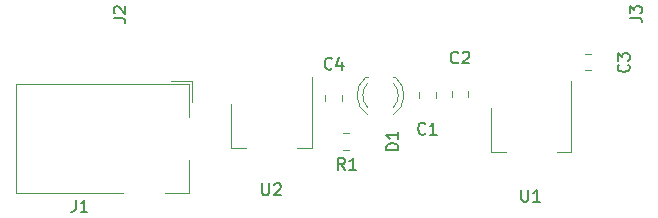
<source format=gbr>
G04 #@! TF.GenerationSoftware,KiCad,Pcbnew,5.1.5-52549c5~84~ubuntu18.04.1*
G04 #@! TF.CreationDate,2020-03-09T20:57:05+05:30*
G04 #@! TF.ProjectId,esdm,6573646d-2e6b-4696-9361-645f70636258,rev?*
G04 #@! TF.SameCoordinates,Original*
G04 #@! TF.FileFunction,Legend,Top*
G04 #@! TF.FilePolarity,Positive*
%FSLAX46Y46*%
G04 Gerber Fmt 4.6, Leading zero omitted, Abs format (unit mm)*
G04 Created by KiCad (PCBNEW 5.1.5-52549c5~84~ubuntu18.04.1) date 2020-03-09 20:57:05*
%MOMM*%
%LPD*%
G04 APERTURE LIST*
%ADD10C,0.120000*%
%ADD11C,0.150000*%
G04 APERTURE END LIST*
D10*
X124580000Y-76950000D02*
X115580000Y-76950000D01*
X115580000Y-76950000D02*
X115580000Y-67750000D01*
X115580000Y-67750000D02*
X130180000Y-67750000D01*
X130180000Y-67750000D02*
X130180000Y-70550000D01*
X130180000Y-74150000D02*
X130180000Y-76950000D01*
X130180000Y-76950000D02*
X128180000Y-76950000D01*
X128680000Y-67510000D02*
X130420000Y-67510000D01*
X130420000Y-67510000D02*
X130420000Y-69250000D01*
X143140000Y-69181252D02*
X143140000Y-68658748D01*
X141720000Y-69181252D02*
X141720000Y-68658748D01*
X147488608Y-70352335D02*
G75*
G03X147645516Y-67120000I-1078608J1672335D01*
G01*
X145331392Y-70352335D02*
G75*
G02X145174484Y-67120000I1078608J1672335D01*
G01*
X147489837Y-69721130D02*
G75*
G03X147490000Y-67639039I-1079837J1041130D01*
G01*
X145330163Y-69721130D02*
G75*
G02X145330000Y-67639039I1079837J1041130D01*
G01*
X147646000Y-67120000D02*
X147490000Y-67120000D01*
X145330000Y-67120000D02*
X145174000Y-67120000D01*
X155750000Y-73480000D02*
X157010000Y-73480000D01*
X162570000Y-73480000D02*
X161310000Y-73480000D01*
X155750000Y-69720000D02*
X155750000Y-73480000D01*
X162570000Y-67470000D02*
X162570000Y-73480000D01*
X151080000Y-68931252D02*
X151080000Y-68408748D01*
X149660000Y-68931252D02*
X149660000Y-68408748D01*
X152430000Y-68861252D02*
X152430000Y-68338748D01*
X153850000Y-68861252D02*
X153850000Y-68338748D01*
X164221252Y-65150000D02*
X163698748Y-65150000D01*
X164221252Y-66570000D02*
X163698748Y-66570000D01*
X143198748Y-71890000D02*
X143721252Y-71890000D01*
X143198748Y-73310000D02*
X143721252Y-73310000D01*
X140610000Y-67160000D02*
X140610000Y-73170000D01*
X133790000Y-69410000D02*
X133790000Y-73170000D01*
X140610000Y-73170000D02*
X139350000Y-73170000D01*
X133790000Y-73170000D02*
X135050000Y-73170000D01*
D11*
X120596666Y-77552380D02*
X120596666Y-78266666D01*
X120549047Y-78409523D01*
X120453809Y-78504761D01*
X120310952Y-78552380D01*
X120215714Y-78552380D01*
X121596666Y-78552380D02*
X121025238Y-78552380D01*
X121310952Y-78552380D02*
X121310952Y-77552380D01*
X121215714Y-77695238D01*
X121120476Y-77790476D01*
X121025238Y-77838095D01*
X142293333Y-66407142D02*
X142245714Y-66454761D01*
X142102857Y-66502380D01*
X142007619Y-66502380D01*
X141864761Y-66454761D01*
X141769523Y-66359523D01*
X141721904Y-66264285D01*
X141674285Y-66073809D01*
X141674285Y-65930952D01*
X141721904Y-65740476D01*
X141769523Y-65645238D01*
X141864761Y-65550000D01*
X142007619Y-65502380D01*
X142102857Y-65502380D01*
X142245714Y-65550000D01*
X142293333Y-65597619D01*
X143150476Y-65835714D02*
X143150476Y-66502380D01*
X142912380Y-65454761D02*
X142674285Y-66169047D01*
X143293333Y-66169047D01*
X147912380Y-73318095D02*
X146912380Y-73318095D01*
X146912380Y-73080000D01*
X146960000Y-72937142D01*
X147055238Y-72841904D01*
X147150476Y-72794285D01*
X147340952Y-72746666D01*
X147483809Y-72746666D01*
X147674285Y-72794285D01*
X147769523Y-72841904D01*
X147864761Y-72937142D01*
X147912380Y-73080000D01*
X147912380Y-73318095D01*
X147912380Y-71794285D02*
X147912380Y-72365714D01*
X147912380Y-72080000D02*
X146912380Y-72080000D01*
X147055238Y-72175238D01*
X147150476Y-72270476D01*
X147198095Y-72365714D01*
X158338095Y-76672380D02*
X158338095Y-77481904D01*
X158385714Y-77577142D01*
X158433333Y-77624761D01*
X158528571Y-77672380D01*
X158719047Y-77672380D01*
X158814285Y-77624761D01*
X158861904Y-77577142D01*
X158909523Y-77481904D01*
X158909523Y-76672380D01*
X159909523Y-77672380D02*
X159338095Y-77672380D01*
X159623809Y-77672380D02*
X159623809Y-76672380D01*
X159528571Y-76815238D01*
X159433333Y-76910476D01*
X159338095Y-76958095D01*
X167512380Y-62113333D02*
X168226666Y-62113333D01*
X168369523Y-62160952D01*
X168464761Y-62256190D01*
X168512380Y-62399047D01*
X168512380Y-62494285D01*
X167512380Y-61732380D02*
X167512380Y-61113333D01*
X167893333Y-61446666D01*
X167893333Y-61303809D01*
X167940952Y-61208571D01*
X167988571Y-61160952D01*
X168083809Y-61113333D01*
X168321904Y-61113333D01*
X168417142Y-61160952D01*
X168464761Y-61208571D01*
X168512380Y-61303809D01*
X168512380Y-61589523D01*
X168464761Y-61684761D01*
X168417142Y-61732380D01*
X150213333Y-71907142D02*
X150165714Y-71954761D01*
X150022857Y-72002380D01*
X149927619Y-72002380D01*
X149784761Y-71954761D01*
X149689523Y-71859523D01*
X149641904Y-71764285D01*
X149594285Y-71573809D01*
X149594285Y-71430952D01*
X149641904Y-71240476D01*
X149689523Y-71145238D01*
X149784761Y-71050000D01*
X149927619Y-71002380D01*
X150022857Y-71002380D01*
X150165714Y-71050000D01*
X150213333Y-71097619D01*
X151165714Y-72002380D02*
X150594285Y-72002380D01*
X150880000Y-72002380D02*
X150880000Y-71002380D01*
X150784761Y-71145238D01*
X150689523Y-71240476D01*
X150594285Y-71288095D01*
X152983333Y-65877142D02*
X152935714Y-65924761D01*
X152792857Y-65972380D01*
X152697619Y-65972380D01*
X152554761Y-65924761D01*
X152459523Y-65829523D01*
X152411904Y-65734285D01*
X152364285Y-65543809D01*
X152364285Y-65400952D01*
X152411904Y-65210476D01*
X152459523Y-65115238D01*
X152554761Y-65020000D01*
X152697619Y-64972380D01*
X152792857Y-64972380D01*
X152935714Y-65020000D01*
X152983333Y-65067619D01*
X153364285Y-65067619D02*
X153411904Y-65020000D01*
X153507142Y-64972380D01*
X153745238Y-64972380D01*
X153840476Y-65020000D01*
X153888095Y-65067619D01*
X153935714Y-65162857D01*
X153935714Y-65258095D01*
X153888095Y-65400952D01*
X153316666Y-65972380D01*
X153935714Y-65972380D01*
X167397142Y-66076666D02*
X167444761Y-66124285D01*
X167492380Y-66267142D01*
X167492380Y-66362380D01*
X167444761Y-66505238D01*
X167349523Y-66600476D01*
X167254285Y-66648095D01*
X167063809Y-66695714D01*
X166920952Y-66695714D01*
X166730476Y-66648095D01*
X166635238Y-66600476D01*
X166540000Y-66505238D01*
X166492380Y-66362380D01*
X166492380Y-66267142D01*
X166540000Y-66124285D01*
X166587619Y-66076666D01*
X166492380Y-65743333D02*
X166492380Y-65124285D01*
X166873333Y-65457619D01*
X166873333Y-65314761D01*
X166920952Y-65219523D01*
X166968571Y-65171904D01*
X167063809Y-65124285D01*
X167301904Y-65124285D01*
X167397142Y-65171904D01*
X167444761Y-65219523D01*
X167492380Y-65314761D01*
X167492380Y-65600476D01*
X167444761Y-65695714D01*
X167397142Y-65743333D01*
X123812380Y-62153333D02*
X124526666Y-62153333D01*
X124669523Y-62200952D01*
X124764761Y-62296190D01*
X124812380Y-62439047D01*
X124812380Y-62534285D01*
X123907619Y-61724761D02*
X123860000Y-61677142D01*
X123812380Y-61581904D01*
X123812380Y-61343809D01*
X123860000Y-61248571D01*
X123907619Y-61200952D01*
X124002857Y-61153333D01*
X124098095Y-61153333D01*
X124240952Y-61200952D01*
X124812380Y-61772380D01*
X124812380Y-61153333D01*
X143383333Y-74982380D02*
X143050000Y-74506190D01*
X142811904Y-74982380D02*
X142811904Y-73982380D01*
X143192857Y-73982380D01*
X143288095Y-74030000D01*
X143335714Y-74077619D01*
X143383333Y-74172857D01*
X143383333Y-74315714D01*
X143335714Y-74410952D01*
X143288095Y-74458571D01*
X143192857Y-74506190D01*
X142811904Y-74506190D01*
X144335714Y-74982380D02*
X143764285Y-74982380D01*
X144050000Y-74982380D02*
X144050000Y-73982380D01*
X143954761Y-74125238D01*
X143859523Y-74220476D01*
X143764285Y-74268095D01*
X136398095Y-76142380D02*
X136398095Y-76951904D01*
X136445714Y-77047142D01*
X136493333Y-77094761D01*
X136588571Y-77142380D01*
X136779047Y-77142380D01*
X136874285Y-77094761D01*
X136921904Y-77047142D01*
X136969523Y-76951904D01*
X136969523Y-76142380D01*
X137398095Y-76237619D02*
X137445714Y-76190000D01*
X137540952Y-76142380D01*
X137779047Y-76142380D01*
X137874285Y-76190000D01*
X137921904Y-76237619D01*
X137969523Y-76332857D01*
X137969523Y-76428095D01*
X137921904Y-76570952D01*
X137350476Y-77142380D01*
X137969523Y-77142380D01*
M02*

</source>
